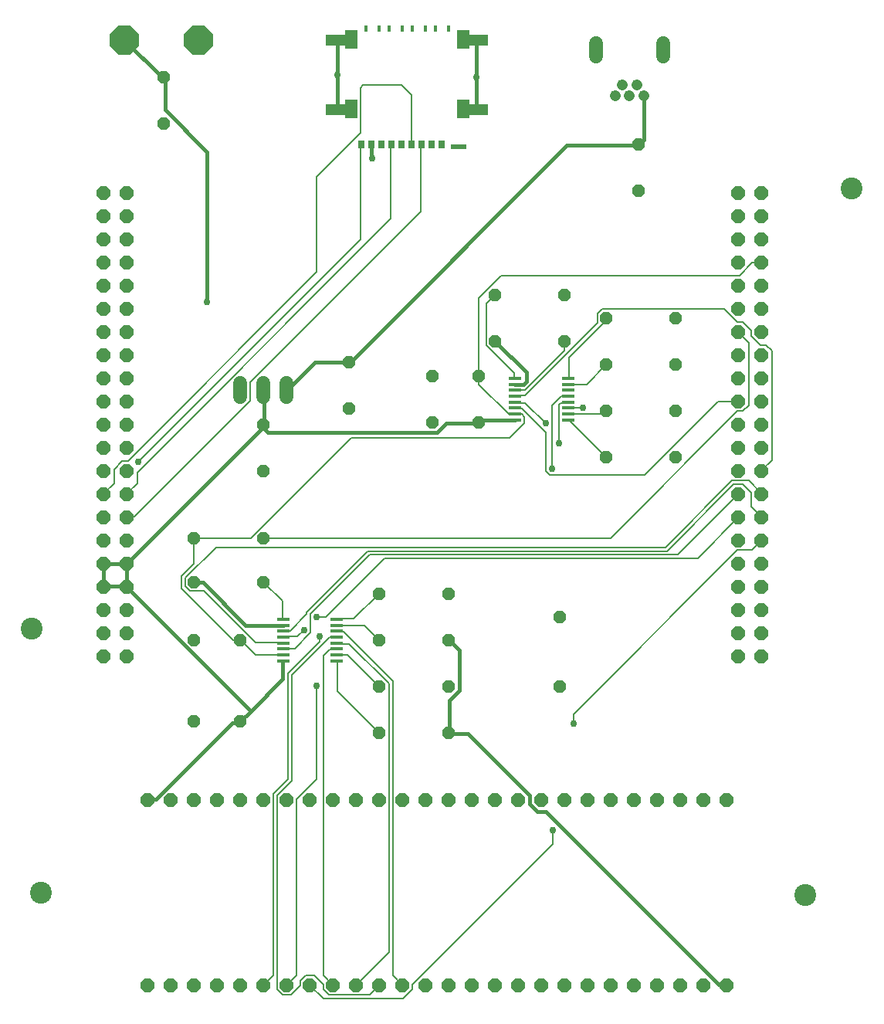
<source format=gbr>
G04 EAGLE Gerber RS-274X export*
G75*
%MOMM*%
%FSLAX34Y34*%
%LPD*%
%INTop Copper*%
%IPPOS*%
%AMOC8*
5,1,8,0,0,1.08239X$1,22.5*%
G01*
%ADD10P,1.632244X8X112.500000*%
%ADD11R,0.670000X0.950000*%
%ADD12R,1.350000X2.000000*%
%ADD13R,2.540000X1.270000*%
%ADD14P,1.632244X8X22.500000*%
%ADD15C,1.524000*%
%ADD16P,1.429621X8X292.500000*%
%ADD17C,1.508000*%
%ADD18C,1.208000*%
%ADD19R,1.473200X0.355600*%
%ADD20P,1.429621X8X202.500000*%
%ADD21P,1.429621X8X22.500000*%
%ADD22P,3.436588X8X22.500000*%
%ADD23C,2.400000*%
%ADD24C,0.457200*%
%ADD25C,0.756400*%
%ADD26C,0.203200*%

G36*
X539885Y777359D02*
X539885Y777359D01*
X539884Y777360D01*
X539885Y777360D01*
X539885Y782360D01*
X539881Y782365D01*
X539880Y782364D01*
X539880Y782365D01*
X522880Y782365D01*
X522875Y782361D01*
X522876Y782360D01*
X522875Y782360D01*
X522875Y777360D01*
X522879Y777355D01*
X522880Y777356D01*
X522880Y777355D01*
X539880Y777355D01*
X539885Y777359D01*
G37*
G36*
X482035Y905859D02*
X482035Y905859D01*
X482034Y905860D01*
X482035Y905860D01*
X482035Y912860D01*
X482031Y912865D01*
X482030Y912864D01*
X482030Y912865D01*
X478730Y912865D01*
X478725Y912861D01*
X478726Y912860D01*
X478725Y912860D01*
X478725Y905860D01*
X478729Y905855D01*
X478730Y905856D01*
X478730Y905855D01*
X482030Y905855D01*
X482035Y905859D01*
G37*
G36*
X456635Y905859D02*
X456635Y905859D01*
X456634Y905860D01*
X456635Y905860D01*
X456635Y912860D01*
X456631Y912865D01*
X456630Y912864D01*
X456630Y912865D01*
X453330Y912865D01*
X453325Y912861D01*
X453326Y912860D01*
X453325Y912860D01*
X453325Y905860D01*
X453329Y905855D01*
X453330Y905856D01*
X453330Y905855D01*
X456630Y905855D01*
X456635Y905859D01*
G37*
G36*
X431235Y905859D02*
X431235Y905859D01*
X431234Y905860D01*
X431235Y905860D01*
X431235Y912860D01*
X431231Y912865D01*
X431230Y912864D01*
X431230Y912865D01*
X427930Y912865D01*
X427925Y912861D01*
X427926Y912860D01*
X427925Y912860D01*
X427925Y905860D01*
X427929Y905855D01*
X427930Y905856D01*
X427930Y905855D01*
X431230Y905855D01*
X431235Y905859D01*
G37*
G36*
X507435Y905859D02*
X507435Y905859D01*
X507434Y905860D01*
X507435Y905860D01*
X507435Y912860D01*
X507431Y912865D01*
X507430Y912864D01*
X507430Y912865D01*
X504130Y912865D01*
X504125Y912861D01*
X504126Y912860D01*
X504125Y912860D01*
X504125Y905860D01*
X504129Y905855D01*
X504130Y905856D01*
X504130Y905855D01*
X507430Y905855D01*
X507435Y905859D01*
G37*
G36*
X445835Y905859D02*
X445835Y905859D01*
X445834Y905860D01*
X445835Y905860D01*
X445835Y912860D01*
X445831Y912865D01*
X445830Y912864D01*
X445830Y912865D01*
X442530Y912865D01*
X442525Y912861D01*
X442526Y912860D01*
X442525Y912860D01*
X442525Y905860D01*
X442529Y905855D01*
X442530Y905856D01*
X442530Y905855D01*
X445830Y905855D01*
X445835Y905859D01*
G37*
G36*
X471235Y905859D02*
X471235Y905859D01*
X471234Y905860D01*
X471235Y905860D01*
X471235Y912860D01*
X471231Y912865D01*
X471230Y912864D01*
X471230Y912865D01*
X467930Y912865D01*
X467925Y912861D01*
X467926Y912860D01*
X467925Y912860D01*
X467925Y905860D01*
X467929Y905855D01*
X467930Y905856D01*
X467930Y905855D01*
X471230Y905855D01*
X471235Y905859D01*
G37*
G36*
X496635Y905859D02*
X496635Y905859D01*
X496634Y905860D01*
X496635Y905860D01*
X496635Y912860D01*
X496631Y912865D01*
X496630Y912864D01*
X496630Y912865D01*
X493330Y912865D01*
X493325Y912861D01*
X493326Y912860D01*
X493325Y912860D01*
X493325Y905860D01*
X493329Y905855D01*
X493330Y905856D01*
X493330Y905855D01*
X496630Y905855D01*
X496635Y905859D01*
G37*
G36*
X522035Y905859D02*
X522035Y905859D01*
X522034Y905860D01*
X522035Y905860D01*
X522035Y912860D01*
X522031Y912865D01*
X522030Y912864D01*
X522030Y912865D01*
X518730Y912865D01*
X518725Y912861D01*
X518726Y912860D01*
X518725Y912860D01*
X518725Y905860D01*
X518729Y905855D01*
X518730Y905856D01*
X518730Y905855D01*
X522030Y905855D01*
X522035Y905859D01*
G37*
D10*
X142240Y220980D03*
X167640Y220980D03*
X142240Y246380D03*
X167640Y246380D03*
X142240Y271780D03*
X167640Y271780D03*
X142240Y297180D03*
X167640Y297180D03*
X142240Y322580D03*
X167640Y322580D03*
X142240Y347980D03*
X167640Y347980D03*
X142240Y373380D03*
X167640Y373380D03*
X142240Y398780D03*
X167640Y398780D03*
X142240Y424180D03*
X167640Y424180D03*
X142240Y449580D03*
X167640Y449580D03*
X142240Y474980D03*
X167640Y474980D03*
X142240Y500380D03*
X167640Y500380D03*
X142240Y525780D03*
X167640Y525780D03*
X142240Y551180D03*
X167640Y551180D03*
X142240Y576580D03*
X167640Y576580D03*
X142240Y601980D03*
X167640Y601980D03*
X142240Y627380D03*
X167640Y627380D03*
X142240Y652780D03*
X167640Y652780D03*
X142240Y678180D03*
X167640Y678180D03*
X142240Y703580D03*
X167640Y703580D03*
X142240Y728980D03*
X167640Y728980D03*
X838200Y220980D03*
X863600Y220980D03*
X838200Y246380D03*
X863600Y246380D03*
X838200Y271780D03*
X863600Y271780D03*
X838200Y297180D03*
X863600Y297180D03*
X838200Y322580D03*
X863600Y322580D03*
X838200Y347980D03*
X863600Y347980D03*
X838200Y373380D03*
X863600Y373380D03*
X838200Y398780D03*
X863600Y398780D03*
X838200Y424180D03*
X863600Y424180D03*
X838200Y449580D03*
X863600Y449580D03*
X838200Y474980D03*
X863600Y474980D03*
X838200Y500380D03*
X863600Y500380D03*
X838200Y525780D03*
X863600Y525780D03*
X838200Y551180D03*
X863600Y551180D03*
X838200Y576580D03*
X863600Y576580D03*
X838200Y601980D03*
X863600Y601980D03*
X838200Y627380D03*
X863600Y627380D03*
X838200Y652780D03*
X863600Y652780D03*
X838200Y678180D03*
X863600Y678180D03*
X838200Y703580D03*
X863600Y703580D03*
X838200Y728980D03*
X863600Y728980D03*
D11*
X424680Y782110D03*
X435680Y782110D03*
X446680Y782110D03*
X457680Y782110D03*
X468680Y782110D03*
X479680Y782110D03*
X490680Y782110D03*
X501680Y782110D03*
X512680Y782110D03*
D12*
X536730Y821160D03*
X413230Y821160D03*
X536730Y897360D03*
X413230Y897360D03*
D13*
X551180Y820420D03*
X551180Y896620D03*
X398780Y820420D03*
X398780Y896620D03*
D14*
X190500Y63500D03*
X215900Y63500D03*
X241300Y63500D03*
X266700Y63500D03*
X292100Y63500D03*
X317500Y63500D03*
X342900Y63500D03*
X368300Y63500D03*
X393700Y63500D03*
X419100Y63500D03*
X444500Y63500D03*
X469900Y63500D03*
X495300Y63500D03*
X520700Y63500D03*
X546100Y63500D03*
X571500Y63500D03*
X596900Y63500D03*
X622300Y63500D03*
X647700Y63500D03*
X673100Y63500D03*
X698500Y63500D03*
X723900Y63500D03*
X749300Y63500D03*
X774700Y63500D03*
X800100Y63500D03*
X825500Y63500D03*
X190500Y-139700D03*
X215900Y-139700D03*
X241300Y-139700D03*
X266700Y-139700D03*
X292100Y-139700D03*
X317500Y-139700D03*
X342900Y-139700D03*
X368300Y-139700D03*
X393700Y-139700D03*
X419100Y-139700D03*
X444500Y-139700D03*
X469900Y-139700D03*
X495300Y-139700D03*
X520700Y-139700D03*
X546100Y-139700D03*
X571500Y-139700D03*
X596900Y-139700D03*
X622300Y-139700D03*
X647700Y-139700D03*
X673100Y-139700D03*
X698500Y-139700D03*
X723900Y-139700D03*
X749300Y-139700D03*
X774700Y-139700D03*
X800100Y-139700D03*
X825500Y-139700D03*
D15*
X292100Y505460D02*
X292100Y520700D01*
X317500Y520700D02*
X317500Y505460D01*
X342900Y505460D02*
X342900Y520700D01*
D16*
X317500Y474980D03*
X317500Y424180D03*
X411480Y543560D03*
X411480Y492760D03*
D17*
X755320Y878310D02*
X755320Y893390D01*
X682320Y893390D02*
X682320Y878310D01*
D18*
X710820Y847350D03*
X718820Y835350D03*
X734820Y835350D03*
X702820Y835350D03*
X726820Y847350D03*
D19*
X397510Y215900D03*
X397510Y222504D03*
X397510Y229108D03*
X397510Y235458D03*
X397510Y242062D03*
X397510Y248412D03*
X397510Y255016D03*
X397510Y261620D03*
X339090Y261620D03*
X339090Y255016D03*
X339090Y248412D03*
X339090Y242062D03*
X339090Y235458D03*
X339090Y229108D03*
X339090Y222504D03*
X339090Y215900D03*
D16*
X728980Y782320D03*
X728980Y731520D03*
D20*
X292100Y238760D03*
X241300Y238760D03*
X292100Y149860D03*
X241300Y149860D03*
X317500Y302260D03*
X241300Y302260D03*
D21*
X444500Y137160D03*
X520700Y137160D03*
X444500Y187960D03*
X520700Y187960D03*
X444500Y238760D03*
X520700Y238760D03*
X444500Y289560D03*
X520700Y289560D03*
D22*
X165100Y896620D03*
X246380Y896620D03*
D16*
X208280Y855980D03*
X208280Y805180D03*
D19*
X651510Y480060D03*
X651510Y486664D03*
X651510Y493268D03*
X651510Y499618D03*
X651510Y506222D03*
X651510Y512572D03*
X651510Y519176D03*
X651510Y525780D03*
X593090Y525780D03*
X593090Y519176D03*
X593090Y512572D03*
X593090Y506222D03*
X593090Y499618D03*
X593090Y493268D03*
X593090Y486664D03*
X593090Y480060D03*
D20*
X553720Y528320D03*
X502920Y528320D03*
X553720Y477520D03*
X502920Y477520D03*
D21*
X571500Y617220D03*
X647700Y617220D03*
D16*
X642620Y264160D03*
X642620Y187960D03*
D21*
X693420Y439420D03*
X769620Y439420D03*
X693420Y490220D03*
X769620Y490220D03*
X693420Y541020D03*
X769620Y541020D03*
X693420Y591820D03*
X769620Y591820D03*
X571500Y566420D03*
X647700Y566420D03*
D23*
X63500Y251460D03*
X911860Y-40640D03*
D20*
X317500Y350520D03*
X241300Y350520D03*
D23*
X73660Y-38100D03*
X962660Y734060D03*
D24*
X398780Y858520D02*
X398780Y896620D01*
X398780Y858520D02*
X398780Y820420D01*
X551180Y855980D02*
X551180Y896620D01*
X551180Y855980D02*
X551180Y820420D01*
D25*
X398780Y858520D03*
X551180Y855980D03*
D24*
X435680Y782110D02*
X435680Y768280D01*
X436880Y767080D01*
D25*
X436880Y767080D03*
D24*
X339090Y255016D02*
X297688Y255016D01*
X250952Y301752D01*
X241808Y301752D01*
X241300Y302260D01*
X593090Y519176D02*
X602488Y519176D01*
X605536Y522224D01*
X605536Y532384D01*
X571500Y566420D01*
X412496Y820928D02*
X400304Y820928D01*
X412496Y820928D02*
X413230Y821160D01*
X400304Y820928D02*
X398780Y820420D01*
X400304Y897128D02*
X412496Y897128D01*
X413230Y897360D01*
X400304Y897128D02*
X398780Y896620D01*
X537464Y820928D02*
X549656Y820928D01*
X537464Y820928D02*
X536730Y821160D01*
X549656Y820928D02*
X551180Y820420D01*
X549656Y897128D02*
X537464Y897128D01*
X536730Y897360D01*
X549656Y897128D02*
X551180Y896620D01*
X208280Y856488D02*
X205232Y856488D01*
X165100Y896620D01*
X208280Y856488D02*
X208280Y855980D01*
X734568Y835152D02*
X734568Y787400D01*
X729488Y782320D01*
X734568Y835152D02*
X734820Y835350D01*
X729488Y782320D02*
X728980Y782320D01*
X411480Y543560D02*
X373888Y543560D01*
X343408Y513080D01*
X342900Y513080D01*
X650240Y781304D02*
X727456Y781304D01*
X650240Y781304D02*
X413512Y544576D01*
X727456Y781304D02*
X728980Y782320D01*
X413512Y544576D02*
X411480Y543560D01*
X209296Y819912D02*
X209296Y854456D01*
X209296Y819912D02*
X255524Y773684D01*
X255524Y609092D01*
X209296Y854456D02*
X208280Y855980D01*
D25*
X255524Y609092D03*
D24*
X521208Y172720D02*
X521208Y137160D01*
X521208Y172720D02*
X532384Y183896D01*
X532384Y227584D01*
X521208Y238760D01*
X521208Y137160D02*
X520700Y137160D01*
X520700Y238760D02*
X521208Y238760D01*
X816864Y-139192D02*
X824992Y-139192D01*
X816864Y-139192D02*
X626872Y50800D01*
X617728Y50800D01*
X609600Y58928D01*
X609600Y68072D01*
X541528Y136144D01*
X523240Y136144D01*
X824992Y-139192D02*
X825500Y-139700D01*
X523240Y136144D02*
X520700Y137160D01*
X338328Y196088D02*
X338328Y215392D01*
X303276Y161036D02*
X292100Y149860D01*
X303276Y161036D02*
X338328Y196088D01*
X338328Y215392D02*
X339090Y215900D01*
X199136Y64008D02*
X191008Y64008D01*
X199136Y64008D02*
X283464Y148336D01*
X290576Y148336D01*
X191008Y64008D02*
X190500Y63500D01*
X290576Y148336D02*
X292100Y149860D01*
X555752Y479552D02*
X592328Y479552D01*
X555752Y479552D02*
X553720Y477520D01*
X592328Y479552D02*
X593090Y480060D01*
X318008Y475488D02*
X318008Y513080D01*
X318008Y475488D02*
X317500Y474980D01*
X317500Y513080D02*
X318008Y513080D01*
X142240Y322580D02*
X142240Y297180D01*
X144272Y297688D02*
X167640Y297688D01*
X167640Y297180D01*
X144272Y297688D02*
X142240Y297180D01*
X167640Y297180D02*
X167640Y322580D01*
X315976Y471424D02*
X315976Y473456D01*
X315976Y471424D02*
X168656Y324104D01*
X315976Y473456D02*
X317500Y474980D01*
X168656Y324104D02*
X167640Y322580D01*
X518160Y476504D02*
X551688Y476504D01*
X518160Y476504D02*
X508000Y466344D01*
X322072Y466344D01*
X318008Y470408D01*
X551688Y476504D02*
X553720Y477520D01*
X318008Y470408D02*
X317500Y474980D01*
X168656Y295656D02*
X303276Y161036D01*
X168656Y295656D02*
X167640Y297180D01*
X167640Y322580D02*
X142240Y322580D01*
D26*
X652272Y493776D02*
X668020Y493776D01*
X378968Y242824D02*
X378968Y236728D01*
X344424Y202184D01*
X344424Y86360D01*
X328168Y70104D01*
X328168Y-129032D01*
X317500Y-139700D01*
X651510Y493268D02*
X652272Y493776D01*
D25*
X668020Y493776D03*
X378968Y242824D03*
D26*
X423672Y677672D02*
X423672Y781304D01*
X423672Y677672D02*
X179832Y433832D01*
X423672Y781304D02*
X424680Y782110D01*
D25*
X179832Y433832D03*
D26*
X479552Y782320D02*
X479552Y836168D01*
X468376Y847344D01*
X426720Y847344D01*
X423672Y844296D01*
X423672Y794512D01*
X375920Y746760D01*
X375920Y642112D01*
X168656Y434848D01*
X162560Y434848D01*
X153416Y425704D01*
X153416Y410464D01*
X142240Y399288D01*
X479680Y782110D02*
X479552Y782320D01*
X142240Y399288D02*
X142240Y398780D01*
X489712Y708152D02*
X489712Y781304D01*
X489712Y708152D02*
X302768Y521208D01*
X302768Y500888D01*
X175768Y373888D01*
X167640Y373888D01*
X489712Y781304D02*
X490680Y782110D01*
X167640Y373888D02*
X167640Y373380D01*
X457200Y701040D02*
X457200Y781304D01*
X457200Y701040D02*
X178816Y422656D01*
X178816Y410464D01*
X167640Y399288D01*
X457200Y781304D02*
X457680Y782110D01*
X167640Y399288D02*
X167640Y398780D01*
X308864Y235712D02*
X338328Y235712D01*
X308864Y235712D02*
X251968Y292608D01*
X236728Y292608D01*
X231648Y297688D01*
X231648Y306832D01*
X265176Y340360D01*
X757936Y340360D01*
X831088Y413512D01*
X849376Y413512D01*
X863600Y399288D01*
X339090Y235458D02*
X338328Y235712D01*
X863600Y398780D02*
X863600Y399288D01*
X346456Y248920D02*
X339344Y248920D01*
X346456Y248920D02*
X364744Y267208D01*
X364744Y269240D01*
X431800Y336296D01*
X759968Y336296D01*
X833120Y409448D01*
X843280Y409448D01*
X852424Y400304D01*
X852424Y385064D01*
X863600Y373888D01*
X339344Y248920D02*
X339090Y248412D01*
X863600Y373380D02*
X863600Y373888D01*
X351536Y229616D02*
X339344Y229616D01*
X351536Y229616D02*
X368808Y246888D01*
X368808Y267208D01*
X433832Y332232D01*
X772160Y332232D01*
X838200Y398272D01*
X339344Y229616D02*
X339090Y229108D01*
X838200Y398272D02*
X838200Y398780D01*
X354584Y242824D02*
X339344Y242824D01*
X354584Y242824D02*
X361696Y249936D01*
X375920Y264160D02*
X386080Y264160D01*
X450088Y328168D01*
X793496Y328168D01*
X838200Y372872D01*
X339344Y242824D02*
X339090Y242062D01*
X838200Y372872D02*
X838200Y373380D01*
D25*
X361696Y249936D03*
X375920Y264160D03*
D26*
X390144Y228600D02*
X397256Y228600D01*
X390144Y228600D02*
X383032Y221488D01*
X383032Y-129032D01*
X393700Y-139700D01*
X397256Y228600D02*
X397510Y229108D01*
X398272Y234696D02*
X411480Y234696D01*
X455168Y191008D01*
X455168Y-103632D01*
X419100Y-139700D01*
X398272Y234696D02*
X397510Y235458D01*
X397256Y241808D02*
X390144Y241808D01*
X348488Y200152D01*
X348488Y84328D01*
X332232Y68072D01*
X332232Y-144272D01*
X338328Y-150368D01*
X347472Y-150368D01*
X357632Y-140208D01*
X357632Y-135128D01*
X363728Y-129032D01*
X372872Y-129032D01*
X383032Y-139192D01*
X383032Y-144272D01*
X389128Y-150368D01*
X433832Y-150368D01*
X444500Y-139700D01*
X397256Y241808D02*
X397510Y242062D01*
X398272Y247904D02*
X405384Y247904D01*
X459232Y194056D01*
X459232Y-129032D01*
X469900Y-139700D01*
X398272Y247904D02*
X397510Y248412D01*
X338328Y262128D02*
X338328Y281432D01*
X317500Y302260D01*
X338328Y262128D02*
X339090Y261620D01*
X398272Y215392D02*
X398272Y182880D01*
X443992Y137160D01*
X398272Y215392D02*
X397510Y215900D01*
X443992Y137160D02*
X444500Y137160D01*
X409448Y222504D02*
X397510Y222504D01*
X409448Y222504D02*
X443992Y187960D01*
X444500Y187960D01*
X427736Y255016D02*
X397510Y255016D01*
X427736Y255016D02*
X443992Y238760D01*
X444500Y238760D01*
X416560Y262128D02*
X398272Y262128D01*
X416560Y262128D02*
X443992Y289560D01*
X398272Y262128D02*
X397510Y261620D01*
X443992Y289560D02*
X444500Y289560D01*
X657352Y157480D02*
X657352Y147320D01*
X657352Y157480D02*
X837184Y337312D01*
X853440Y337312D01*
X863600Y347472D01*
X863600Y347980D01*
D25*
X657352Y147320D03*
D26*
X651256Y498856D02*
X643128Y498856D01*
X641096Y496824D01*
X641096Y454152D01*
X375920Y188976D02*
X375920Y86360D01*
X353568Y64008D01*
X353568Y-129032D01*
X342900Y-139700D01*
X651256Y498856D02*
X651510Y499618D01*
D25*
X641096Y454152D03*
X375920Y188976D03*
D26*
X635000Y30480D02*
X635000Y15240D01*
X480568Y-139192D01*
X480568Y-144272D01*
X470408Y-154432D01*
X383032Y-154432D01*
X368300Y-139700D01*
D25*
X635000Y30480D03*
D26*
X592328Y526288D02*
X592328Y531368D01*
X561848Y561848D01*
X561848Y607568D01*
X571500Y617220D01*
X592328Y526288D02*
X593090Y525780D01*
X593344Y492760D02*
X600456Y492760D01*
X626872Y466344D01*
X626872Y423672D01*
X630936Y419608D01*
X735584Y419608D01*
X815848Y499872D01*
X838200Y499872D01*
X593344Y492760D02*
X593090Y493268D01*
X838200Y499872D02*
X838200Y500380D01*
X604520Y498856D02*
X593344Y498856D01*
X604520Y498856D02*
X626872Y476504D01*
X593344Y498856D02*
X593090Y499618D01*
D25*
X626872Y476504D03*
D26*
X604520Y506984D02*
X593344Y506984D01*
X604520Y506984D02*
X683768Y586232D01*
X683768Y596392D01*
X688848Y601472D01*
X822960Y601472D01*
X837184Y587248D01*
X843280Y587248D01*
X852424Y578104D01*
X852424Y572008D01*
X862584Y561848D01*
X868680Y561848D01*
X874776Y555752D01*
X874776Y435864D01*
X863600Y424688D01*
X593344Y506984D02*
X593090Y506222D01*
X863600Y424688D02*
X863600Y424180D01*
X651256Y505968D02*
X644144Y505968D01*
X633984Y495808D01*
X633984Y426720D01*
X651256Y505968D02*
X651510Y506222D01*
D25*
X633984Y426720D03*
D26*
X652272Y479552D02*
X692912Y438912D01*
X652272Y479552D02*
X651510Y480060D01*
X692912Y438912D02*
X693420Y439420D01*
X689864Y486664D02*
X651510Y486664D01*
X689864Y486664D02*
X693420Y490220D01*
X671576Y519176D02*
X651510Y519176D01*
X671576Y519176D02*
X693420Y541020D01*
X652272Y548640D02*
X652272Y526288D01*
X652272Y548640D02*
X692912Y589280D01*
X692912Y591312D01*
X652272Y526288D02*
X651510Y525780D01*
X692912Y591312D02*
X693420Y591820D01*
X604520Y513080D02*
X593344Y513080D01*
X604520Y513080D02*
X647192Y555752D01*
X647192Y565912D01*
X593344Y513080D02*
X593090Y512572D01*
X647192Y565912D02*
X647700Y566420D01*
X697992Y350520D02*
X317500Y350520D01*
X697992Y350520D02*
X837184Y489712D01*
X843280Y489712D01*
X849376Y495808D01*
X849376Y564896D01*
X838200Y576072D01*
X838200Y576580D01*
X339090Y222504D02*
X308864Y222504D01*
X292608Y238760D01*
X292100Y238760D01*
X240792Y322072D02*
X240792Y350520D01*
X240792Y322072D02*
X227584Y308864D01*
X227584Y295656D01*
X284480Y238760D01*
X292100Y238760D01*
X241300Y350520D02*
X240792Y350520D01*
X586232Y486664D02*
X593090Y486664D01*
X586232Y486664D02*
X553720Y519176D01*
X553720Y528320D01*
X853440Y652272D02*
X863600Y652272D01*
X853440Y652272D02*
X839216Y638048D01*
X578104Y638048D01*
X553720Y613664D01*
X553720Y528320D01*
X863600Y652272D02*
X863600Y652780D01*
X303784Y350520D02*
X241300Y350520D01*
X303784Y350520D02*
X413512Y460248D01*
X587248Y460248D01*
X603504Y476504D01*
X603504Y483616D01*
X600456Y486664D01*
X593090Y486664D01*
M02*

</source>
